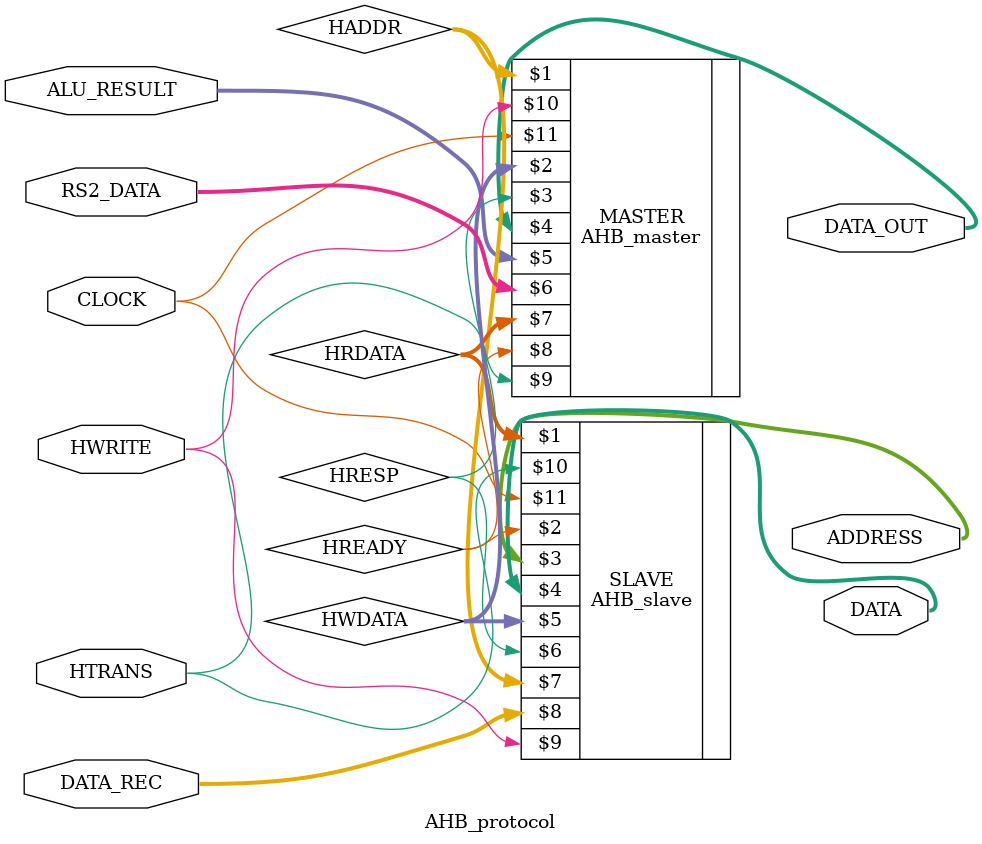
<source format=v>
`timescale 1ns / 1ps
module AHB_protocol(output [31:0] ADDRESS, output [31:0] DATA, output [31:0] DATA_OUT, input HTRANS,
                    input HWRITE, input [31:0] ALU_RESULT,input [31:0] RS2_DATA, input [31:0] DATA_REC, input CLOCK);

wire [31:0] HADDR, HWDATA, HRDATA;
wire HRESP, HREADY;

AHB_master MASTER(HADDR, HWDATA, HRESP, DATA_OUT, ALU_RESULT, RS2_DATA, HRDATA, HREADY, HTRANS, HWRITE, CLOCK);

AHB_slave SLAVE(HRDATA, HREADY, ADDRESS, DATA, HWDATA, HRESP, HADDR, DATA_REC, HWRITE, HTRANS, CLOCK);

endmodule

</source>
